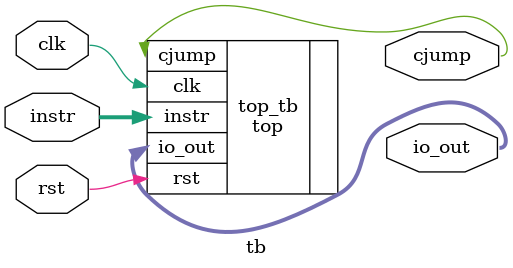
<source format=v>
`define default_netname none


module tb( input  clk
         , input  rst
         , input [5:0] instr
         , output wire [4:0] io_out
         , output wire cjump
         );

    /* verilator lint_off STMTDLY */
    initial begin
        $dumpfile ("tb.vcd");
        $dumpvars (0, tb);
        #1;
    end
    /* verilator lint_on STMTDLY */

    top top_tb( .clk(clk)
              , .rst(rst)
              , .instr(instr)
              , .io_out(io_out)
              , .cjump(cjump)
              );

endmodule

</source>
